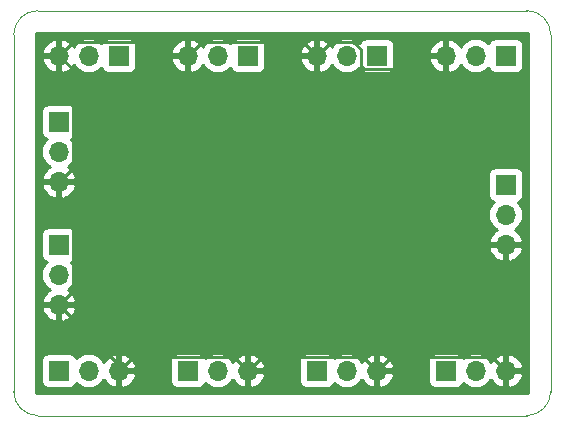
<source format=gbr>
G04 #@! TF.GenerationSoftware,KiCad,Pcbnew,5.1.4-e60b266~84~ubuntu18.04.1*
G04 #@! TF.CreationDate,2019-10-06T14:52:02-04:00*
G04 #@! TF.ProjectId,ds18b20,64733138-6232-4302-9e6b-696361645f70,rev?*
G04 #@! TF.SameCoordinates,Original*
G04 #@! TF.FileFunction,Copper,L2,Bot*
G04 #@! TF.FilePolarity,Positive*
%FSLAX46Y46*%
G04 Gerber Fmt 4.6, Leading zero omitted, Abs format (unit mm)*
G04 Created by KiCad (PCBNEW 5.1.4-e60b266~84~ubuntu18.04.1) date 2019-10-06 14:52:02*
%MOMM*%
%LPD*%
G04 APERTURE LIST*
%ADD10C,0.050000*%
%ADD11O,1.700000X1.700000*%
%ADD12R,1.700000X1.700000*%
%ADD13C,0.250000*%
%ADD14C,0.254000*%
G04 APERTURE END LIST*
D10*
X89154000Y-22860000D02*
G75*
G02X91186000Y-24892000I0J-2032000D01*
G01*
X91186000Y-55118000D02*
G75*
G02X89154000Y-57150000I-2032000J0D01*
G01*
X47752000Y-57150000D02*
G75*
G02X45720000Y-55118000I0J2032000D01*
G01*
X45720000Y-24892000D02*
G75*
G02X47752000Y-22860000I2032000J0D01*
G01*
X47752000Y-22860000D02*
X48260000Y-22860000D01*
X45720000Y-55118000D02*
X45720000Y-24892000D01*
X89154000Y-57150000D02*
X47752000Y-57150000D01*
X91186000Y-24892000D02*
X91186000Y-55118000D01*
X48260000Y-22860000D02*
X89154000Y-22860000D01*
D11*
X49530000Y-26670000D03*
X52070000Y-26670000D03*
D12*
X54610000Y-26670000D03*
X49530000Y-32258000D03*
D11*
X49530000Y-34798000D03*
X49530000Y-37338000D03*
X60452000Y-26670000D03*
X62992000Y-26670000D03*
D12*
X65532000Y-26670000D03*
X76454000Y-26670000D03*
D11*
X73914000Y-26670000D03*
X71374000Y-26670000D03*
X82296000Y-26670000D03*
X84836000Y-26670000D03*
D12*
X87376000Y-26670000D03*
X71374000Y-53340000D03*
D11*
X73914000Y-53340000D03*
X76454000Y-53340000D03*
D12*
X49530000Y-42672000D03*
D11*
X49530000Y-45212000D03*
X49530000Y-47752000D03*
X54610000Y-53340000D03*
X52070000Y-53340000D03*
D12*
X49530000Y-53340000D03*
X60452000Y-53340000D03*
D11*
X62992000Y-53340000D03*
X65532000Y-53340000D03*
X87376000Y-53340000D03*
X84836000Y-53340000D03*
D12*
X82296000Y-53340000D03*
X87376000Y-37592000D03*
D11*
X87376000Y-40132000D03*
X87376000Y-42672000D03*
D13*
X72223999Y-25820001D02*
X71374000Y-26670000D01*
X74478001Y-25494999D02*
X72549001Y-25494999D01*
X75089001Y-26105999D02*
X74478001Y-25494999D01*
X72549001Y-25494999D02*
X72223999Y-25820001D01*
X75343999Y-27845001D02*
X75089001Y-27590003D01*
X75089001Y-27590003D02*
X75089001Y-26105999D01*
X79918918Y-27845001D02*
X75343999Y-27845001D01*
X81093919Y-26670000D02*
X79918918Y-27845001D01*
X82296000Y-26670000D02*
X81093919Y-26670000D01*
X61301999Y-25820001D02*
X60452000Y-26670000D01*
X61627001Y-25494999D02*
X61301999Y-25820001D01*
X70198999Y-25494999D02*
X61627001Y-25494999D01*
X71374000Y-26670000D02*
X70198999Y-25494999D01*
X50379999Y-25820001D02*
X49530000Y-26670000D01*
X50705001Y-25494999D02*
X50379999Y-25820001D01*
X58074918Y-25494999D02*
X50705001Y-25494999D01*
X59249919Y-26670000D02*
X58074918Y-25494999D01*
X60452000Y-26670000D02*
X59249919Y-26670000D01*
X50379999Y-36488001D02*
X49530000Y-37338000D01*
X50705001Y-36162999D02*
X50379999Y-36488001D01*
X50705001Y-27845001D02*
X50705001Y-36162999D01*
X49530000Y-26670000D02*
X50705001Y-27845001D01*
X50379999Y-46902001D02*
X49530000Y-47752000D01*
X50705001Y-46576999D02*
X50379999Y-46902001D01*
X50705001Y-39715082D02*
X50705001Y-46576999D01*
X49530000Y-38540081D02*
X50705001Y-39715082D01*
X49530000Y-37338000D02*
X49530000Y-38540081D01*
X54610000Y-52832000D02*
X54610000Y-53340000D01*
X49530000Y-47752000D02*
X54610000Y-52832000D01*
X64682001Y-52490001D02*
X65532000Y-53340000D01*
X64356999Y-52164999D02*
X64682001Y-52490001D01*
X55785001Y-52164999D02*
X64356999Y-52164999D01*
X54610000Y-53340000D02*
X55785001Y-52164999D01*
X75604001Y-52490001D02*
X76454000Y-53340000D01*
X75278999Y-52164999D02*
X75604001Y-52490001D01*
X66707001Y-52164999D02*
X75278999Y-52164999D01*
X65532000Y-53340000D02*
X66707001Y-52164999D01*
X86526001Y-52490001D02*
X87376000Y-53340000D01*
X86200999Y-52164999D02*
X86526001Y-52490001D01*
X77629001Y-52164999D02*
X86200999Y-52164999D01*
X76454000Y-53340000D02*
X77629001Y-52164999D01*
X87376000Y-53340000D02*
X87376000Y-42672000D01*
D14*
G36*
X89281000Y-55245000D02*
G01*
X47625000Y-55245000D01*
X47625000Y-52490000D01*
X48041928Y-52490000D01*
X48041928Y-54190000D01*
X48054188Y-54314482D01*
X48090498Y-54434180D01*
X48149463Y-54544494D01*
X48228815Y-54641185D01*
X48325506Y-54720537D01*
X48435820Y-54779502D01*
X48555518Y-54815812D01*
X48680000Y-54828072D01*
X50380000Y-54828072D01*
X50504482Y-54815812D01*
X50624180Y-54779502D01*
X50734494Y-54720537D01*
X50831185Y-54641185D01*
X50910537Y-54544494D01*
X50969502Y-54434180D01*
X50990393Y-54365313D01*
X51014866Y-54395134D01*
X51240986Y-54580706D01*
X51498966Y-54718599D01*
X51778889Y-54803513D01*
X51997050Y-54825000D01*
X52142950Y-54825000D01*
X52361111Y-54803513D01*
X52641034Y-54718599D01*
X52899014Y-54580706D01*
X53125134Y-54395134D01*
X53310706Y-54169014D01*
X53345201Y-54104477D01*
X53414822Y-54221355D01*
X53609731Y-54437588D01*
X53843080Y-54611641D01*
X54105901Y-54736825D01*
X54253110Y-54781476D01*
X54483000Y-54660155D01*
X54483000Y-53467000D01*
X54737000Y-53467000D01*
X54737000Y-54660155D01*
X54966890Y-54781476D01*
X55114099Y-54736825D01*
X55376920Y-54611641D01*
X55610269Y-54437588D01*
X55805178Y-54221355D01*
X55954157Y-53971252D01*
X56051481Y-53696891D01*
X55930814Y-53467000D01*
X54737000Y-53467000D01*
X54483000Y-53467000D01*
X54463000Y-53467000D01*
X54463000Y-53213000D01*
X54483000Y-53213000D01*
X54483000Y-52019845D01*
X54737000Y-52019845D01*
X54737000Y-53213000D01*
X55930814Y-53213000D01*
X56051481Y-52983109D01*
X55954157Y-52708748D01*
X55823856Y-52490000D01*
X58963928Y-52490000D01*
X58963928Y-54190000D01*
X58976188Y-54314482D01*
X59012498Y-54434180D01*
X59071463Y-54544494D01*
X59150815Y-54641185D01*
X59247506Y-54720537D01*
X59357820Y-54779502D01*
X59477518Y-54815812D01*
X59602000Y-54828072D01*
X61302000Y-54828072D01*
X61426482Y-54815812D01*
X61546180Y-54779502D01*
X61656494Y-54720537D01*
X61753185Y-54641185D01*
X61832537Y-54544494D01*
X61891502Y-54434180D01*
X61912393Y-54365313D01*
X61936866Y-54395134D01*
X62162986Y-54580706D01*
X62420966Y-54718599D01*
X62700889Y-54803513D01*
X62919050Y-54825000D01*
X63064950Y-54825000D01*
X63283111Y-54803513D01*
X63563034Y-54718599D01*
X63821014Y-54580706D01*
X64047134Y-54395134D01*
X64232706Y-54169014D01*
X64267201Y-54104477D01*
X64336822Y-54221355D01*
X64531731Y-54437588D01*
X64765080Y-54611641D01*
X65027901Y-54736825D01*
X65175110Y-54781476D01*
X65405000Y-54660155D01*
X65405000Y-53467000D01*
X65659000Y-53467000D01*
X65659000Y-54660155D01*
X65888890Y-54781476D01*
X66036099Y-54736825D01*
X66298920Y-54611641D01*
X66532269Y-54437588D01*
X66727178Y-54221355D01*
X66876157Y-53971252D01*
X66973481Y-53696891D01*
X66852814Y-53467000D01*
X65659000Y-53467000D01*
X65405000Y-53467000D01*
X65385000Y-53467000D01*
X65385000Y-53213000D01*
X65405000Y-53213000D01*
X65405000Y-52019845D01*
X65659000Y-52019845D01*
X65659000Y-53213000D01*
X66852814Y-53213000D01*
X66973481Y-52983109D01*
X66876157Y-52708748D01*
X66745856Y-52490000D01*
X69885928Y-52490000D01*
X69885928Y-54190000D01*
X69898188Y-54314482D01*
X69934498Y-54434180D01*
X69993463Y-54544494D01*
X70072815Y-54641185D01*
X70169506Y-54720537D01*
X70279820Y-54779502D01*
X70399518Y-54815812D01*
X70524000Y-54828072D01*
X72224000Y-54828072D01*
X72348482Y-54815812D01*
X72468180Y-54779502D01*
X72578494Y-54720537D01*
X72675185Y-54641185D01*
X72754537Y-54544494D01*
X72813502Y-54434180D01*
X72834393Y-54365313D01*
X72858866Y-54395134D01*
X73084986Y-54580706D01*
X73342966Y-54718599D01*
X73622889Y-54803513D01*
X73841050Y-54825000D01*
X73986950Y-54825000D01*
X74205111Y-54803513D01*
X74485034Y-54718599D01*
X74743014Y-54580706D01*
X74969134Y-54395134D01*
X75154706Y-54169014D01*
X75189201Y-54104477D01*
X75258822Y-54221355D01*
X75453731Y-54437588D01*
X75687080Y-54611641D01*
X75949901Y-54736825D01*
X76097110Y-54781476D01*
X76327000Y-54660155D01*
X76327000Y-53467000D01*
X76581000Y-53467000D01*
X76581000Y-54660155D01*
X76810890Y-54781476D01*
X76958099Y-54736825D01*
X77220920Y-54611641D01*
X77454269Y-54437588D01*
X77649178Y-54221355D01*
X77798157Y-53971252D01*
X77895481Y-53696891D01*
X77774814Y-53467000D01*
X76581000Y-53467000D01*
X76327000Y-53467000D01*
X76307000Y-53467000D01*
X76307000Y-53213000D01*
X76327000Y-53213000D01*
X76327000Y-52019845D01*
X76581000Y-52019845D01*
X76581000Y-53213000D01*
X77774814Y-53213000D01*
X77895481Y-52983109D01*
X77798157Y-52708748D01*
X77667856Y-52490000D01*
X80807928Y-52490000D01*
X80807928Y-54190000D01*
X80820188Y-54314482D01*
X80856498Y-54434180D01*
X80915463Y-54544494D01*
X80994815Y-54641185D01*
X81091506Y-54720537D01*
X81201820Y-54779502D01*
X81321518Y-54815812D01*
X81446000Y-54828072D01*
X83146000Y-54828072D01*
X83270482Y-54815812D01*
X83390180Y-54779502D01*
X83500494Y-54720537D01*
X83597185Y-54641185D01*
X83676537Y-54544494D01*
X83735502Y-54434180D01*
X83756393Y-54365313D01*
X83780866Y-54395134D01*
X84006986Y-54580706D01*
X84264966Y-54718599D01*
X84544889Y-54803513D01*
X84763050Y-54825000D01*
X84908950Y-54825000D01*
X85127111Y-54803513D01*
X85407034Y-54718599D01*
X85665014Y-54580706D01*
X85891134Y-54395134D01*
X86076706Y-54169014D01*
X86111201Y-54104477D01*
X86180822Y-54221355D01*
X86375731Y-54437588D01*
X86609080Y-54611641D01*
X86871901Y-54736825D01*
X87019110Y-54781476D01*
X87249000Y-54660155D01*
X87249000Y-53467000D01*
X87503000Y-53467000D01*
X87503000Y-54660155D01*
X87732890Y-54781476D01*
X87880099Y-54736825D01*
X88142920Y-54611641D01*
X88376269Y-54437588D01*
X88571178Y-54221355D01*
X88720157Y-53971252D01*
X88817481Y-53696891D01*
X88696814Y-53467000D01*
X87503000Y-53467000D01*
X87249000Y-53467000D01*
X87229000Y-53467000D01*
X87229000Y-53213000D01*
X87249000Y-53213000D01*
X87249000Y-52019845D01*
X87503000Y-52019845D01*
X87503000Y-53213000D01*
X88696814Y-53213000D01*
X88817481Y-52983109D01*
X88720157Y-52708748D01*
X88571178Y-52458645D01*
X88376269Y-52242412D01*
X88142920Y-52068359D01*
X87880099Y-51943175D01*
X87732890Y-51898524D01*
X87503000Y-52019845D01*
X87249000Y-52019845D01*
X87019110Y-51898524D01*
X86871901Y-51943175D01*
X86609080Y-52068359D01*
X86375731Y-52242412D01*
X86180822Y-52458645D01*
X86111201Y-52575523D01*
X86076706Y-52510986D01*
X85891134Y-52284866D01*
X85665014Y-52099294D01*
X85407034Y-51961401D01*
X85127111Y-51876487D01*
X84908950Y-51855000D01*
X84763050Y-51855000D01*
X84544889Y-51876487D01*
X84264966Y-51961401D01*
X84006986Y-52099294D01*
X83780866Y-52284866D01*
X83756393Y-52314687D01*
X83735502Y-52245820D01*
X83676537Y-52135506D01*
X83597185Y-52038815D01*
X83500494Y-51959463D01*
X83390180Y-51900498D01*
X83270482Y-51864188D01*
X83146000Y-51851928D01*
X81446000Y-51851928D01*
X81321518Y-51864188D01*
X81201820Y-51900498D01*
X81091506Y-51959463D01*
X80994815Y-52038815D01*
X80915463Y-52135506D01*
X80856498Y-52245820D01*
X80820188Y-52365518D01*
X80807928Y-52490000D01*
X77667856Y-52490000D01*
X77649178Y-52458645D01*
X77454269Y-52242412D01*
X77220920Y-52068359D01*
X76958099Y-51943175D01*
X76810890Y-51898524D01*
X76581000Y-52019845D01*
X76327000Y-52019845D01*
X76097110Y-51898524D01*
X75949901Y-51943175D01*
X75687080Y-52068359D01*
X75453731Y-52242412D01*
X75258822Y-52458645D01*
X75189201Y-52575523D01*
X75154706Y-52510986D01*
X74969134Y-52284866D01*
X74743014Y-52099294D01*
X74485034Y-51961401D01*
X74205111Y-51876487D01*
X73986950Y-51855000D01*
X73841050Y-51855000D01*
X73622889Y-51876487D01*
X73342966Y-51961401D01*
X73084986Y-52099294D01*
X72858866Y-52284866D01*
X72834393Y-52314687D01*
X72813502Y-52245820D01*
X72754537Y-52135506D01*
X72675185Y-52038815D01*
X72578494Y-51959463D01*
X72468180Y-51900498D01*
X72348482Y-51864188D01*
X72224000Y-51851928D01*
X70524000Y-51851928D01*
X70399518Y-51864188D01*
X70279820Y-51900498D01*
X70169506Y-51959463D01*
X70072815Y-52038815D01*
X69993463Y-52135506D01*
X69934498Y-52245820D01*
X69898188Y-52365518D01*
X69885928Y-52490000D01*
X66745856Y-52490000D01*
X66727178Y-52458645D01*
X66532269Y-52242412D01*
X66298920Y-52068359D01*
X66036099Y-51943175D01*
X65888890Y-51898524D01*
X65659000Y-52019845D01*
X65405000Y-52019845D01*
X65175110Y-51898524D01*
X65027901Y-51943175D01*
X64765080Y-52068359D01*
X64531731Y-52242412D01*
X64336822Y-52458645D01*
X64267201Y-52575523D01*
X64232706Y-52510986D01*
X64047134Y-52284866D01*
X63821014Y-52099294D01*
X63563034Y-51961401D01*
X63283111Y-51876487D01*
X63064950Y-51855000D01*
X62919050Y-51855000D01*
X62700889Y-51876487D01*
X62420966Y-51961401D01*
X62162986Y-52099294D01*
X61936866Y-52284866D01*
X61912393Y-52314687D01*
X61891502Y-52245820D01*
X61832537Y-52135506D01*
X61753185Y-52038815D01*
X61656494Y-51959463D01*
X61546180Y-51900498D01*
X61426482Y-51864188D01*
X61302000Y-51851928D01*
X59602000Y-51851928D01*
X59477518Y-51864188D01*
X59357820Y-51900498D01*
X59247506Y-51959463D01*
X59150815Y-52038815D01*
X59071463Y-52135506D01*
X59012498Y-52245820D01*
X58976188Y-52365518D01*
X58963928Y-52490000D01*
X55823856Y-52490000D01*
X55805178Y-52458645D01*
X55610269Y-52242412D01*
X55376920Y-52068359D01*
X55114099Y-51943175D01*
X54966890Y-51898524D01*
X54737000Y-52019845D01*
X54483000Y-52019845D01*
X54253110Y-51898524D01*
X54105901Y-51943175D01*
X53843080Y-52068359D01*
X53609731Y-52242412D01*
X53414822Y-52458645D01*
X53345201Y-52575523D01*
X53310706Y-52510986D01*
X53125134Y-52284866D01*
X52899014Y-52099294D01*
X52641034Y-51961401D01*
X52361111Y-51876487D01*
X52142950Y-51855000D01*
X51997050Y-51855000D01*
X51778889Y-51876487D01*
X51498966Y-51961401D01*
X51240986Y-52099294D01*
X51014866Y-52284866D01*
X50990393Y-52314687D01*
X50969502Y-52245820D01*
X50910537Y-52135506D01*
X50831185Y-52038815D01*
X50734494Y-51959463D01*
X50624180Y-51900498D01*
X50504482Y-51864188D01*
X50380000Y-51851928D01*
X48680000Y-51851928D01*
X48555518Y-51864188D01*
X48435820Y-51900498D01*
X48325506Y-51959463D01*
X48228815Y-52038815D01*
X48149463Y-52135506D01*
X48090498Y-52245820D01*
X48054188Y-52365518D01*
X48041928Y-52490000D01*
X47625000Y-52490000D01*
X47625000Y-48108890D01*
X48088524Y-48108890D01*
X48133175Y-48256099D01*
X48258359Y-48518920D01*
X48432412Y-48752269D01*
X48648645Y-48947178D01*
X48898748Y-49096157D01*
X49173109Y-49193481D01*
X49403000Y-49072814D01*
X49403000Y-47879000D01*
X49657000Y-47879000D01*
X49657000Y-49072814D01*
X49886891Y-49193481D01*
X50161252Y-49096157D01*
X50411355Y-48947178D01*
X50627588Y-48752269D01*
X50801641Y-48518920D01*
X50926825Y-48256099D01*
X50971476Y-48108890D01*
X50850155Y-47879000D01*
X49657000Y-47879000D01*
X49403000Y-47879000D01*
X48209845Y-47879000D01*
X48088524Y-48108890D01*
X47625000Y-48108890D01*
X47625000Y-45212000D01*
X48037815Y-45212000D01*
X48066487Y-45503111D01*
X48151401Y-45783034D01*
X48289294Y-46041014D01*
X48474866Y-46267134D01*
X48700986Y-46452706D01*
X48765523Y-46487201D01*
X48648645Y-46556822D01*
X48432412Y-46751731D01*
X48258359Y-46985080D01*
X48133175Y-47247901D01*
X48088524Y-47395110D01*
X48209845Y-47625000D01*
X49403000Y-47625000D01*
X49403000Y-47605000D01*
X49657000Y-47605000D01*
X49657000Y-47625000D01*
X50850155Y-47625000D01*
X50971476Y-47395110D01*
X50926825Y-47247901D01*
X50801641Y-46985080D01*
X50627588Y-46751731D01*
X50411355Y-46556822D01*
X50294477Y-46487201D01*
X50359014Y-46452706D01*
X50585134Y-46267134D01*
X50770706Y-46041014D01*
X50908599Y-45783034D01*
X50993513Y-45503111D01*
X51022185Y-45212000D01*
X50993513Y-44920889D01*
X50908599Y-44640966D01*
X50770706Y-44382986D01*
X50585134Y-44156866D01*
X50555313Y-44132393D01*
X50624180Y-44111502D01*
X50734494Y-44052537D01*
X50831185Y-43973185D01*
X50910537Y-43876494D01*
X50969502Y-43766180D01*
X51005812Y-43646482D01*
X51018072Y-43522000D01*
X51018072Y-43028890D01*
X85934524Y-43028890D01*
X85979175Y-43176099D01*
X86104359Y-43438920D01*
X86278412Y-43672269D01*
X86494645Y-43867178D01*
X86744748Y-44016157D01*
X87019109Y-44113481D01*
X87249000Y-43992814D01*
X87249000Y-42799000D01*
X87503000Y-42799000D01*
X87503000Y-43992814D01*
X87732891Y-44113481D01*
X88007252Y-44016157D01*
X88257355Y-43867178D01*
X88473588Y-43672269D01*
X88647641Y-43438920D01*
X88772825Y-43176099D01*
X88817476Y-43028890D01*
X88696155Y-42799000D01*
X87503000Y-42799000D01*
X87249000Y-42799000D01*
X86055845Y-42799000D01*
X85934524Y-43028890D01*
X51018072Y-43028890D01*
X51018072Y-41822000D01*
X51005812Y-41697518D01*
X50969502Y-41577820D01*
X50910537Y-41467506D01*
X50831185Y-41370815D01*
X50734494Y-41291463D01*
X50624180Y-41232498D01*
X50504482Y-41196188D01*
X50380000Y-41183928D01*
X48680000Y-41183928D01*
X48555518Y-41196188D01*
X48435820Y-41232498D01*
X48325506Y-41291463D01*
X48228815Y-41370815D01*
X48149463Y-41467506D01*
X48090498Y-41577820D01*
X48054188Y-41697518D01*
X48041928Y-41822000D01*
X48041928Y-43522000D01*
X48054188Y-43646482D01*
X48090498Y-43766180D01*
X48149463Y-43876494D01*
X48228815Y-43973185D01*
X48325506Y-44052537D01*
X48435820Y-44111502D01*
X48504687Y-44132393D01*
X48474866Y-44156866D01*
X48289294Y-44382986D01*
X48151401Y-44640966D01*
X48066487Y-44920889D01*
X48037815Y-45212000D01*
X47625000Y-45212000D01*
X47625000Y-40132000D01*
X85883815Y-40132000D01*
X85912487Y-40423111D01*
X85997401Y-40703034D01*
X86135294Y-40961014D01*
X86320866Y-41187134D01*
X86546986Y-41372706D01*
X86611523Y-41407201D01*
X86494645Y-41476822D01*
X86278412Y-41671731D01*
X86104359Y-41905080D01*
X85979175Y-42167901D01*
X85934524Y-42315110D01*
X86055845Y-42545000D01*
X87249000Y-42545000D01*
X87249000Y-42525000D01*
X87503000Y-42525000D01*
X87503000Y-42545000D01*
X88696155Y-42545000D01*
X88817476Y-42315110D01*
X88772825Y-42167901D01*
X88647641Y-41905080D01*
X88473588Y-41671731D01*
X88257355Y-41476822D01*
X88140477Y-41407201D01*
X88205014Y-41372706D01*
X88431134Y-41187134D01*
X88616706Y-40961014D01*
X88754599Y-40703034D01*
X88839513Y-40423111D01*
X88868185Y-40132000D01*
X88839513Y-39840889D01*
X88754599Y-39560966D01*
X88616706Y-39302986D01*
X88431134Y-39076866D01*
X88401313Y-39052393D01*
X88470180Y-39031502D01*
X88580494Y-38972537D01*
X88677185Y-38893185D01*
X88756537Y-38796494D01*
X88815502Y-38686180D01*
X88851812Y-38566482D01*
X88864072Y-38442000D01*
X88864072Y-36742000D01*
X88851812Y-36617518D01*
X88815502Y-36497820D01*
X88756537Y-36387506D01*
X88677185Y-36290815D01*
X88580494Y-36211463D01*
X88470180Y-36152498D01*
X88350482Y-36116188D01*
X88226000Y-36103928D01*
X86526000Y-36103928D01*
X86401518Y-36116188D01*
X86281820Y-36152498D01*
X86171506Y-36211463D01*
X86074815Y-36290815D01*
X85995463Y-36387506D01*
X85936498Y-36497820D01*
X85900188Y-36617518D01*
X85887928Y-36742000D01*
X85887928Y-38442000D01*
X85900188Y-38566482D01*
X85936498Y-38686180D01*
X85995463Y-38796494D01*
X86074815Y-38893185D01*
X86171506Y-38972537D01*
X86281820Y-39031502D01*
X86350687Y-39052393D01*
X86320866Y-39076866D01*
X86135294Y-39302986D01*
X85997401Y-39560966D01*
X85912487Y-39840889D01*
X85883815Y-40132000D01*
X47625000Y-40132000D01*
X47625000Y-37694890D01*
X48088524Y-37694890D01*
X48133175Y-37842099D01*
X48258359Y-38104920D01*
X48432412Y-38338269D01*
X48648645Y-38533178D01*
X48898748Y-38682157D01*
X49173109Y-38779481D01*
X49403000Y-38658814D01*
X49403000Y-37465000D01*
X49657000Y-37465000D01*
X49657000Y-38658814D01*
X49886891Y-38779481D01*
X50161252Y-38682157D01*
X50411355Y-38533178D01*
X50627588Y-38338269D01*
X50801641Y-38104920D01*
X50926825Y-37842099D01*
X50971476Y-37694890D01*
X50850155Y-37465000D01*
X49657000Y-37465000D01*
X49403000Y-37465000D01*
X48209845Y-37465000D01*
X48088524Y-37694890D01*
X47625000Y-37694890D01*
X47625000Y-34798000D01*
X48037815Y-34798000D01*
X48066487Y-35089111D01*
X48151401Y-35369034D01*
X48289294Y-35627014D01*
X48474866Y-35853134D01*
X48700986Y-36038706D01*
X48765523Y-36073201D01*
X48648645Y-36142822D01*
X48432412Y-36337731D01*
X48258359Y-36571080D01*
X48133175Y-36833901D01*
X48088524Y-36981110D01*
X48209845Y-37211000D01*
X49403000Y-37211000D01*
X49403000Y-37191000D01*
X49657000Y-37191000D01*
X49657000Y-37211000D01*
X50850155Y-37211000D01*
X50971476Y-36981110D01*
X50926825Y-36833901D01*
X50801641Y-36571080D01*
X50627588Y-36337731D01*
X50411355Y-36142822D01*
X50294477Y-36073201D01*
X50359014Y-36038706D01*
X50585134Y-35853134D01*
X50770706Y-35627014D01*
X50908599Y-35369034D01*
X50993513Y-35089111D01*
X51022185Y-34798000D01*
X50993513Y-34506889D01*
X50908599Y-34226966D01*
X50770706Y-33968986D01*
X50585134Y-33742866D01*
X50555313Y-33718393D01*
X50624180Y-33697502D01*
X50734494Y-33638537D01*
X50831185Y-33559185D01*
X50910537Y-33462494D01*
X50969502Y-33352180D01*
X51005812Y-33232482D01*
X51018072Y-33108000D01*
X51018072Y-31408000D01*
X51005812Y-31283518D01*
X50969502Y-31163820D01*
X50910537Y-31053506D01*
X50831185Y-30956815D01*
X50734494Y-30877463D01*
X50624180Y-30818498D01*
X50504482Y-30782188D01*
X50380000Y-30769928D01*
X48680000Y-30769928D01*
X48555518Y-30782188D01*
X48435820Y-30818498D01*
X48325506Y-30877463D01*
X48228815Y-30956815D01*
X48149463Y-31053506D01*
X48090498Y-31163820D01*
X48054188Y-31283518D01*
X48041928Y-31408000D01*
X48041928Y-33108000D01*
X48054188Y-33232482D01*
X48090498Y-33352180D01*
X48149463Y-33462494D01*
X48228815Y-33559185D01*
X48325506Y-33638537D01*
X48435820Y-33697502D01*
X48504687Y-33718393D01*
X48474866Y-33742866D01*
X48289294Y-33968986D01*
X48151401Y-34226966D01*
X48066487Y-34506889D01*
X48037815Y-34798000D01*
X47625000Y-34798000D01*
X47625000Y-27026891D01*
X48088519Y-27026891D01*
X48185843Y-27301252D01*
X48334822Y-27551355D01*
X48529731Y-27767588D01*
X48763080Y-27941641D01*
X49025901Y-28066825D01*
X49173110Y-28111476D01*
X49403000Y-27990155D01*
X49403000Y-26797000D01*
X48209186Y-26797000D01*
X48088519Y-27026891D01*
X47625000Y-27026891D01*
X47625000Y-26313109D01*
X48088519Y-26313109D01*
X48209186Y-26543000D01*
X49403000Y-26543000D01*
X49403000Y-25349845D01*
X49657000Y-25349845D01*
X49657000Y-26543000D01*
X49677000Y-26543000D01*
X49677000Y-26797000D01*
X49657000Y-26797000D01*
X49657000Y-27990155D01*
X49886890Y-28111476D01*
X50034099Y-28066825D01*
X50296920Y-27941641D01*
X50530269Y-27767588D01*
X50725178Y-27551355D01*
X50794799Y-27434477D01*
X50829294Y-27499014D01*
X51014866Y-27725134D01*
X51240986Y-27910706D01*
X51498966Y-28048599D01*
X51778889Y-28133513D01*
X51997050Y-28155000D01*
X52142950Y-28155000D01*
X52361111Y-28133513D01*
X52641034Y-28048599D01*
X52899014Y-27910706D01*
X53125134Y-27725134D01*
X53149607Y-27695313D01*
X53170498Y-27764180D01*
X53229463Y-27874494D01*
X53308815Y-27971185D01*
X53405506Y-28050537D01*
X53515820Y-28109502D01*
X53635518Y-28145812D01*
X53760000Y-28158072D01*
X55460000Y-28158072D01*
X55584482Y-28145812D01*
X55704180Y-28109502D01*
X55814494Y-28050537D01*
X55911185Y-27971185D01*
X55990537Y-27874494D01*
X56049502Y-27764180D01*
X56085812Y-27644482D01*
X56098072Y-27520000D01*
X56098072Y-27026891D01*
X59010519Y-27026891D01*
X59107843Y-27301252D01*
X59256822Y-27551355D01*
X59451731Y-27767588D01*
X59685080Y-27941641D01*
X59947901Y-28066825D01*
X60095110Y-28111476D01*
X60325000Y-27990155D01*
X60325000Y-26797000D01*
X59131186Y-26797000D01*
X59010519Y-27026891D01*
X56098072Y-27026891D01*
X56098072Y-26313109D01*
X59010519Y-26313109D01*
X59131186Y-26543000D01*
X60325000Y-26543000D01*
X60325000Y-25349845D01*
X60579000Y-25349845D01*
X60579000Y-26543000D01*
X60599000Y-26543000D01*
X60599000Y-26797000D01*
X60579000Y-26797000D01*
X60579000Y-27990155D01*
X60808890Y-28111476D01*
X60956099Y-28066825D01*
X61218920Y-27941641D01*
X61452269Y-27767588D01*
X61647178Y-27551355D01*
X61716799Y-27434477D01*
X61751294Y-27499014D01*
X61936866Y-27725134D01*
X62162986Y-27910706D01*
X62420966Y-28048599D01*
X62700889Y-28133513D01*
X62919050Y-28155000D01*
X63064950Y-28155000D01*
X63283111Y-28133513D01*
X63563034Y-28048599D01*
X63821014Y-27910706D01*
X64047134Y-27725134D01*
X64071607Y-27695313D01*
X64092498Y-27764180D01*
X64151463Y-27874494D01*
X64230815Y-27971185D01*
X64327506Y-28050537D01*
X64437820Y-28109502D01*
X64557518Y-28145812D01*
X64682000Y-28158072D01*
X66382000Y-28158072D01*
X66506482Y-28145812D01*
X66626180Y-28109502D01*
X66736494Y-28050537D01*
X66833185Y-27971185D01*
X66912537Y-27874494D01*
X66971502Y-27764180D01*
X67007812Y-27644482D01*
X67020072Y-27520000D01*
X67020072Y-27026891D01*
X69932519Y-27026891D01*
X70029843Y-27301252D01*
X70178822Y-27551355D01*
X70373731Y-27767588D01*
X70607080Y-27941641D01*
X70869901Y-28066825D01*
X71017110Y-28111476D01*
X71247000Y-27990155D01*
X71247000Y-26797000D01*
X70053186Y-26797000D01*
X69932519Y-27026891D01*
X67020072Y-27026891D01*
X67020072Y-26313109D01*
X69932519Y-26313109D01*
X70053186Y-26543000D01*
X71247000Y-26543000D01*
X71247000Y-25349845D01*
X71501000Y-25349845D01*
X71501000Y-26543000D01*
X71521000Y-26543000D01*
X71521000Y-26797000D01*
X71501000Y-26797000D01*
X71501000Y-27990155D01*
X71730890Y-28111476D01*
X71878099Y-28066825D01*
X72140920Y-27941641D01*
X72374269Y-27767588D01*
X72569178Y-27551355D01*
X72638799Y-27434477D01*
X72673294Y-27499014D01*
X72858866Y-27725134D01*
X73084986Y-27910706D01*
X73342966Y-28048599D01*
X73622889Y-28133513D01*
X73841050Y-28155000D01*
X73986950Y-28155000D01*
X74205111Y-28133513D01*
X74485034Y-28048599D01*
X74743014Y-27910706D01*
X74969134Y-27725134D01*
X74993607Y-27695313D01*
X75014498Y-27764180D01*
X75073463Y-27874494D01*
X75152815Y-27971185D01*
X75249506Y-28050537D01*
X75359820Y-28109502D01*
X75479518Y-28145812D01*
X75604000Y-28158072D01*
X77304000Y-28158072D01*
X77428482Y-28145812D01*
X77548180Y-28109502D01*
X77658494Y-28050537D01*
X77755185Y-27971185D01*
X77834537Y-27874494D01*
X77893502Y-27764180D01*
X77929812Y-27644482D01*
X77942072Y-27520000D01*
X77942072Y-27026891D01*
X80854519Y-27026891D01*
X80951843Y-27301252D01*
X81100822Y-27551355D01*
X81295731Y-27767588D01*
X81529080Y-27941641D01*
X81791901Y-28066825D01*
X81939110Y-28111476D01*
X82169000Y-27990155D01*
X82169000Y-26797000D01*
X80975186Y-26797000D01*
X80854519Y-27026891D01*
X77942072Y-27026891D01*
X77942072Y-26313109D01*
X80854519Y-26313109D01*
X80975186Y-26543000D01*
X82169000Y-26543000D01*
X82169000Y-25349845D01*
X82423000Y-25349845D01*
X82423000Y-26543000D01*
X82443000Y-26543000D01*
X82443000Y-26797000D01*
X82423000Y-26797000D01*
X82423000Y-27990155D01*
X82652890Y-28111476D01*
X82800099Y-28066825D01*
X83062920Y-27941641D01*
X83296269Y-27767588D01*
X83491178Y-27551355D01*
X83560799Y-27434477D01*
X83595294Y-27499014D01*
X83780866Y-27725134D01*
X84006986Y-27910706D01*
X84264966Y-28048599D01*
X84544889Y-28133513D01*
X84763050Y-28155000D01*
X84908950Y-28155000D01*
X85127111Y-28133513D01*
X85407034Y-28048599D01*
X85665014Y-27910706D01*
X85891134Y-27725134D01*
X85915607Y-27695313D01*
X85936498Y-27764180D01*
X85995463Y-27874494D01*
X86074815Y-27971185D01*
X86171506Y-28050537D01*
X86281820Y-28109502D01*
X86401518Y-28145812D01*
X86526000Y-28158072D01*
X88226000Y-28158072D01*
X88350482Y-28145812D01*
X88470180Y-28109502D01*
X88580494Y-28050537D01*
X88677185Y-27971185D01*
X88756537Y-27874494D01*
X88815502Y-27764180D01*
X88851812Y-27644482D01*
X88864072Y-27520000D01*
X88864072Y-25820000D01*
X88851812Y-25695518D01*
X88815502Y-25575820D01*
X88756537Y-25465506D01*
X88677185Y-25368815D01*
X88580494Y-25289463D01*
X88470180Y-25230498D01*
X88350482Y-25194188D01*
X88226000Y-25181928D01*
X86526000Y-25181928D01*
X86401518Y-25194188D01*
X86281820Y-25230498D01*
X86171506Y-25289463D01*
X86074815Y-25368815D01*
X85995463Y-25465506D01*
X85936498Y-25575820D01*
X85915607Y-25644687D01*
X85891134Y-25614866D01*
X85665014Y-25429294D01*
X85407034Y-25291401D01*
X85127111Y-25206487D01*
X84908950Y-25185000D01*
X84763050Y-25185000D01*
X84544889Y-25206487D01*
X84264966Y-25291401D01*
X84006986Y-25429294D01*
X83780866Y-25614866D01*
X83595294Y-25840986D01*
X83560799Y-25905523D01*
X83491178Y-25788645D01*
X83296269Y-25572412D01*
X83062920Y-25398359D01*
X82800099Y-25273175D01*
X82652890Y-25228524D01*
X82423000Y-25349845D01*
X82169000Y-25349845D01*
X81939110Y-25228524D01*
X81791901Y-25273175D01*
X81529080Y-25398359D01*
X81295731Y-25572412D01*
X81100822Y-25788645D01*
X80951843Y-26038748D01*
X80854519Y-26313109D01*
X77942072Y-26313109D01*
X77942072Y-25820000D01*
X77929812Y-25695518D01*
X77893502Y-25575820D01*
X77834537Y-25465506D01*
X77755185Y-25368815D01*
X77658494Y-25289463D01*
X77548180Y-25230498D01*
X77428482Y-25194188D01*
X77304000Y-25181928D01*
X75604000Y-25181928D01*
X75479518Y-25194188D01*
X75359820Y-25230498D01*
X75249506Y-25289463D01*
X75152815Y-25368815D01*
X75073463Y-25465506D01*
X75014498Y-25575820D01*
X74993607Y-25644687D01*
X74969134Y-25614866D01*
X74743014Y-25429294D01*
X74485034Y-25291401D01*
X74205111Y-25206487D01*
X73986950Y-25185000D01*
X73841050Y-25185000D01*
X73622889Y-25206487D01*
X73342966Y-25291401D01*
X73084986Y-25429294D01*
X72858866Y-25614866D01*
X72673294Y-25840986D01*
X72638799Y-25905523D01*
X72569178Y-25788645D01*
X72374269Y-25572412D01*
X72140920Y-25398359D01*
X71878099Y-25273175D01*
X71730890Y-25228524D01*
X71501000Y-25349845D01*
X71247000Y-25349845D01*
X71017110Y-25228524D01*
X70869901Y-25273175D01*
X70607080Y-25398359D01*
X70373731Y-25572412D01*
X70178822Y-25788645D01*
X70029843Y-26038748D01*
X69932519Y-26313109D01*
X67020072Y-26313109D01*
X67020072Y-25820000D01*
X67007812Y-25695518D01*
X66971502Y-25575820D01*
X66912537Y-25465506D01*
X66833185Y-25368815D01*
X66736494Y-25289463D01*
X66626180Y-25230498D01*
X66506482Y-25194188D01*
X66382000Y-25181928D01*
X64682000Y-25181928D01*
X64557518Y-25194188D01*
X64437820Y-25230498D01*
X64327506Y-25289463D01*
X64230815Y-25368815D01*
X64151463Y-25465506D01*
X64092498Y-25575820D01*
X64071607Y-25644687D01*
X64047134Y-25614866D01*
X63821014Y-25429294D01*
X63563034Y-25291401D01*
X63283111Y-25206487D01*
X63064950Y-25185000D01*
X62919050Y-25185000D01*
X62700889Y-25206487D01*
X62420966Y-25291401D01*
X62162986Y-25429294D01*
X61936866Y-25614866D01*
X61751294Y-25840986D01*
X61716799Y-25905523D01*
X61647178Y-25788645D01*
X61452269Y-25572412D01*
X61218920Y-25398359D01*
X60956099Y-25273175D01*
X60808890Y-25228524D01*
X60579000Y-25349845D01*
X60325000Y-25349845D01*
X60095110Y-25228524D01*
X59947901Y-25273175D01*
X59685080Y-25398359D01*
X59451731Y-25572412D01*
X59256822Y-25788645D01*
X59107843Y-26038748D01*
X59010519Y-26313109D01*
X56098072Y-26313109D01*
X56098072Y-25820000D01*
X56085812Y-25695518D01*
X56049502Y-25575820D01*
X55990537Y-25465506D01*
X55911185Y-25368815D01*
X55814494Y-25289463D01*
X55704180Y-25230498D01*
X55584482Y-25194188D01*
X55460000Y-25181928D01*
X53760000Y-25181928D01*
X53635518Y-25194188D01*
X53515820Y-25230498D01*
X53405506Y-25289463D01*
X53308815Y-25368815D01*
X53229463Y-25465506D01*
X53170498Y-25575820D01*
X53149607Y-25644687D01*
X53125134Y-25614866D01*
X52899014Y-25429294D01*
X52641034Y-25291401D01*
X52361111Y-25206487D01*
X52142950Y-25185000D01*
X51997050Y-25185000D01*
X51778889Y-25206487D01*
X51498966Y-25291401D01*
X51240986Y-25429294D01*
X51014866Y-25614866D01*
X50829294Y-25840986D01*
X50794799Y-25905523D01*
X50725178Y-25788645D01*
X50530269Y-25572412D01*
X50296920Y-25398359D01*
X50034099Y-25273175D01*
X49886890Y-25228524D01*
X49657000Y-25349845D01*
X49403000Y-25349845D01*
X49173110Y-25228524D01*
X49025901Y-25273175D01*
X48763080Y-25398359D01*
X48529731Y-25572412D01*
X48334822Y-25788645D01*
X48185843Y-26038748D01*
X48088519Y-26313109D01*
X47625000Y-26313109D01*
X47625000Y-24765000D01*
X89281000Y-24765000D01*
X89281000Y-55245000D01*
X89281000Y-55245000D01*
G37*
X89281000Y-55245000D02*
X47625000Y-55245000D01*
X47625000Y-52490000D01*
X48041928Y-52490000D01*
X48041928Y-54190000D01*
X48054188Y-54314482D01*
X48090498Y-54434180D01*
X48149463Y-54544494D01*
X48228815Y-54641185D01*
X48325506Y-54720537D01*
X48435820Y-54779502D01*
X48555518Y-54815812D01*
X48680000Y-54828072D01*
X50380000Y-54828072D01*
X50504482Y-54815812D01*
X50624180Y-54779502D01*
X50734494Y-54720537D01*
X50831185Y-54641185D01*
X50910537Y-54544494D01*
X50969502Y-54434180D01*
X50990393Y-54365313D01*
X51014866Y-54395134D01*
X51240986Y-54580706D01*
X51498966Y-54718599D01*
X51778889Y-54803513D01*
X51997050Y-54825000D01*
X52142950Y-54825000D01*
X52361111Y-54803513D01*
X52641034Y-54718599D01*
X52899014Y-54580706D01*
X53125134Y-54395134D01*
X53310706Y-54169014D01*
X53345201Y-54104477D01*
X53414822Y-54221355D01*
X53609731Y-54437588D01*
X53843080Y-54611641D01*
X54105901Y-54736825D01*
X54253110Y-54781476D01*
X54483000Y-54660155D01*
X54483000Y-53467000D01*
X54737000Y-53467000D01*
X54737000Y-54660155D01*
X54966890Y-54781476D01*
X55114099Y-54736825D01*
X55376920Y-54611641D01*
X55610269Y-54437588D01*
X55805178Y-54221355D01*
X55954157Y-53971252D01*
X56051481Y-53696891D01*
X55930814Y-53467000D01*
X54737000Y-53467000D01*
X54483000Y-53467000D01*
X54463000Y-53467000D01*
X54463000Y-53213000D01*
X54483000Y-53213000D01*
X54483000Y-52019845D01*
X54737000Y-52019845D01*
X54737000Y-53213000D01*
X55930814Y-53213000D01*
X56051481Y-52983109D01*
X55954157Y-52708748D01*
X55823856Y-52490000D01*
X58963928Y-52490000D01*
X58963928Y-54190000D01*
X58976188Y-54314482D01*
X59012498Y-54434180D01*
X59071463Y-54544494D01*
X59150815Y-54641185D01*
X59247506Y-54720537D01*
X59357820Y-54779502D01*
X59477518Y-54815812D01*
X59602000Y-54828072D01*
X61302000Y-54828072D01*
X61426482Y-54815812D01*
X61546180Y-54779502D01*
X61656494Y-54720537D01*
X61753185Y-54641185D01*
X61832537Y-54544494D01*
X61891502Y-54434180D01*
X61912393Y-54365313D01*
X61936866Y-54395134D01*
X62162986Y-54580706D01*
X62420966Y-54718599D01*
X62700889Y-54803513D01*
X62919050Y-54825000D01*
X63064950Y-54825000D01*
X63283111Y-54803513D01*
X63563034Y-54718599D01*
X63821014Y-54580706D01*
X64047134Y-54395134D01*
X64232706Y-54169014D01*
X64267201Y-54104477D01*
X64336822Y-54221355D01*
X64531731Y-54437588D01*
X64765080Y-54611641D01*
X65027901Y-54736825D01*
X65175110Y-54781476D01*
X65405000Y-54660155D01*
X65405000Y-53467000D01*
X65659000Y-53467000D01*
X65659000Y-54660155D01*
X65888890Y-54781476D01*
X66036099Y-54736825D01*
X66298920Y-54611641D01*
X66532269Y-54437588D01*
X66727178Y-54221355D01*
X66876157Y-53971252D01*
X66973481Y-53696891D01*
X66852814Y-53467000D01*
X65659000Y-53467000D01*
X65405000Y-53467000D01*
X65385000Y-53467000D01*
X65385000Y-53213000D01*
X65405000Y-53213000D01*
X65405000Y-52019845D01*
X65659000Y-52019845D01*
X65659000Y-53213000D01*
X66852814Y-53213000D01*
X66973481Y-52983109D01*
X66876157Y-52708748D01*
X66745856Y-52490000D01*
X69885928Y-52490000D01*
X69885928Y-54190000D01*
X69898188Y-54314482D01*
X69934498Y-54434180D01*
X69993463Y-54544494D01*
X70072815Y-54641185D01*
X70169506Y-54720537D01*
X70279820Y-54779502D01*
X70399518Y-54815812D01*
X70524000Y-54828072D01*
X72224000Y-54828072D01*
X72348482Y-54815812D01*
X72468180Y-54779502D01*
X72578494Y-54720537D01*
X72675185Y-54641185D01*
X72754537Y-54544494D01*
X72813502Y-54434180D01*
X72834393Y-54365313D01*
X72858866Y-54395134D01*
X73084986Y-54580706D01*
X73342966Y-54718599D01*
X73622889Y-54803513D01*
X73841050Y-54825000D01*
X73986950Y-54825000D01*
X74205111Y-54803513D01*
X74485034Y-54718599D01*
X74743014Y-54580706D01*
X74969134Y-54395134D01*
X75154706Y-54169014D01*
X75189201Y-54104477D01*
X75258822Y-54221355D01*
X75453731Y-54437588D01*
X75687080Y-54611641D01*
X75949901Y-54736825D01*
X76097110Y-54781476D01*
X76327000Y-54660155D01*
X76327000Y-53467000D01*
X76581000Y-53467000D01*
X76581000Y-54660155D01*
X76810890Y-54781476D01*
X76958099Y-54736825D01*
X77220920Y-54611641D01*
X77454269Y-54437588D01*
X77649178Y-54221355D01*
X77798157Y-53971252D01*
X77895481Y-53696891D01*
X77774814Y-53467000D01*
X76581000Y-53467000D01*
X76327000Y-53467000D01*
X76307000Y-53467000D01*
X76307000Y-53213000D01*
X76327000Y-53213000D01*
X76327000Y-52019845D01*
X76581000Y-52019845D01*
X76581000Y-53213000D01*
X77774814Y-53213000D01*
X77895481Y-52983109D01*
X77798157Y-52708748D01*
X77667856Y-52490000D01*
X80807928Y-52490000D01*
X80807928Y-54190000D01*
X80820188Y-54314482D01*
X80856498Y-54434180D01*
X80915463Y-54544494D01*
X80994815Y-54641185D01*
X81091506Y-54720537D01*
X81201820Y-54779502D01*
X81321518Y-54815812D01*
X81446000Y-54828072D01*
X83146000Y-54828072D01*
X83270482Y-54815812D01*
X83390180Y-54779502D01*
X83500494Y-54720537D01*
X83597185Y-54641185D01*
X83676537Y-54544494D01*
X83735502Y-54434180D01*
X83756393Y-54365313D01*
X83780866Y-54395134D01*
X84006986Y-54580706D01*
X84264966Y-54718599D01*
X84544889Y-54803513D01*
X84763050Y-54825000D01*
X84908950Y-54825000D01*
X85127111Y-54803513D01*
X85407034Y-54718599D01*
X85665014Y-54580706D01*
X85891134Y-54395134D01*
X86076706Y-54169014D01*
X86111201Y-54104477D01*
X86180822Y-54221355D01*
X86375731Y-54437588D01*
X86609080Y-54611641D01*
X86871901Y-54736825D01*
X87019110Y-54781476D01*
X87249000Y-54660155D01*
X87249000Y-53467000D01*
X87503000Y-53467000D01*
X87503000Y-54660155D01*
X87732890Y-54781476D01*
X87880099Y-54736825D01*
X88142920Y-54611641D01*
X88376269Y-54437588D01*
X88571178Y-54221355D01*
X88720157Y-53971252D01*
X88817481Y-53696891D01*
X88696814Y-53467000D01*
X87503000Y-53467000D01*
X87249000Y-53467000D01*
X87229000Y-53467000D01*
X87229000Y-53213000D01*
X87249000Y-53213000D01*
X87249000Y-52019845D01*
X87503000Y-52019845D01*
X87503000Y-53213000D01*
X88696814Y-53213000D01*
X88817481Y-52983109D01*
X88720157Y-52708748D01*
X88571178Y-52458645D01*
X88376269Y-52242412D01*
X88142920Y-52068359D01*
X87880099Y-51943175D01*
X87732890Y-51898524D01*
X87503000Y-52019845D01*
X87249000Y-52019845D01*
X87019110Y-51898524D01*
X86871901Y-51943175D01*
X86609080Y-52068359D01*
X86375731Y-52242412D01*
X86180822Y-52458645D01*
X86111201Y-52575523D01*
X86076706Y-52510986D01*
X85891134Y-52284866D01*
X85665014Y-52099294D01*
X85407034Y-51961401D01*
X85127111Y-51876487D01*
X84908950Y-51855000D01*
X84763050Y-51855000D01*
X84544889Y-51876487D01*
X84264966Y-51961401D01*
X84006986Y-52099294D01*
X83780866Y-52284866D01*
X83756393Y-52314687D01*
X83735502Y-52245820D01*
X83676537Y-52135506D01*
X83597185Y-52038815D01*
X83500494Y-51959463D01*
X83390180Y-51900498D01*
X83270482Y-51864188D01*
X83146000Y-51851928D01*
X81446000Y-51851928D01*
X81321518Y-51864188D01*
X81201820Y-51900498D01*
X81091506Y-51959463D01*
X80994815Y-52038815D01*
X80915463Y-52135506D01*
X80856498Y-52245820D01*
X80820188Y-52365518D01*
X80807928Y-52490000D01*
X77667856Y-52490000D01*
X77649178Y-52458645D01*
X77454269Y-52242412D01*
X77220920Y-52068359D01*
X76958099Y-51943175D01*
X76810890Y-51898524D01*
X76581000Y-52019845D01*
X76327000Y-52019845D01*
X76097110Y-51898524D01*
X75949901Y-51943175D01*
X75687080Y-52068359D01*
X75453731Y-52242412D01*
X75258822Y-52458645D01*
X75189201Y-52575523D01*
X75154706Y-52510986D01*
X74969134Y-52284866D01*
X74743014Y-52099294D01*
X74485034Y-51961401D01*
X74205111Y-51876487D01*
X73986950Y-51855000D01*
X73841050Y-51855000D01*
X73622889Y-51876487D01*
X73342966Y-51961401D01*
X73084986Y-52099294D01*
X72858866Y-52284866D01*
X72834393Y-52314687D01*
X72813502Y-52245820D01*
X72754537Y-52135506D01*
X72675185Y-52038815D01*
X72578494Y-51959463D01*
X72468180Y-51900498D01*
X72348482Y-51864188D01*
X72224000Y-51851928D01*
X70524000Y-51851928D01*
X70399518Y-51864188D01*
X70279820Y-51900498D01*
X70169506Y-51959463D01*
X70072815Y-52038815D01*
X69993463Y-52135506D01*
X69934498Y-52245820D01*
X69898188Y-52365518D01*
X69885928Y-52490000D01*
X66745856Y-52490000D01*
X66727178Y-52458645D01*
X66532269Y-52242412D01*
X66298920Y-52068359D01*
X66036099Y-51943175D01*
X65888890Y-51898524D01*
X65659000Y-52019845D01*
X65405000Y-52019845D01*
X65175110Y-51898524D01*
X65027901Y-51943175D01*
X64765080Y-52068359D01*
X64531731Y-52242412D01*
X64336822Y-52458645D01*
X64267201Y-52575523D01*
X64232706Y-52510986D01*
X64047134Y-52284866D01*
X63821014Y-52099294D01*
X63563034Y-51961401D01*
X63283111Y-51876487D01*
X63064950Y-51855000D01*
X62919050Y-51855000D01*
X62700889Y-51876487D01*
X62420966Y-51961401D01*
X62162986Y-52099294D01*
X61936866Y-52284866D01*
X61912393Y-52314687D01*
X61891502Y-52245820D01*
X61832537Y-52135506D01*
X61753185Y-52038815D01*
X61656494Y-51959463D01*
X61546180Y-51900498D01*
X61426482Y-51864188D01*
X61302000Y-51851928D01*
X59602000Y-51851928D01*
X59477518Y-51864188D01*
X59357820Y-51900498D01*
X59247506Y-51959463D01*
X59150815Y-52038815D01*
X59071463Y-52135506D01*
X59012498Y-52245820D01*
X58976188Y-52365518D01*
X58963928Y-52490000D01*
X55823856Y-52490000D01*
X55805178Y-52458645D01*
X55610269Y-52242412D01*
X55376920Y-52068359D01*
X55114099Y-51943175D01*
X54966890Y-51898524D01*
X54737000Y-52019845D01*
X54483000Y-52019845D01*
X54253110Y-51898524D01*
X54105901Y-51943175D01*
X53843080Y-52068359D01*
X53609731Y-52242412D01*
X53414822Y-52458645D01*
X53345201Y-52575523D01*
X53310706Y-52510986D01*
X53125134Y-52284866D01*
X52899014Y-52099294D01*
X52641034Y-51961401D01*
X52361111Y-51876487D01*
X52142950Y-51855000D01*
X51997050Y-51855000D01*
X51778889Y-51876487D01*
X51498966Y-51961401D01*
X51240986Y-52099294D01*
X51014866Y-52284866D01*
X50990393Y-52314687D01*
X50969502Y-52245820D01*
X50910537Y-52135506D01*
X50831185Y-52038815D01*
X50734494Y-51959463D01*
X50624180Y-51900498D01*
X50504482Y-51864188D01*
X50380000Y-51851928D01*
X48680000Y-51851928D01*
X48555518Y-51864188D01*
X48435820Y-51900498D01*
X48325506Y-51959463D01*
X48228815Y-52038815D01*
X48149463Y-52135506D01*
X48090498Y-52245820D01*
X48054188Y-52365518D01*
X48041928Y-52490000D01*
X47625000Y-52490000D01*
X47625000Y-48108890D01*
X48088524Y-48108890D01*
X48133175Y-48256099D01*
X48258359Y-48518920D01*
X48432412Y-48752269D01*
X48648645Y-48947178D01*
X48898748Y-49096157D01*
X49173109Y-49193481D01*
X49403000Y-49072814D01*
X49403000Y-47879000D01*
X49657000Y-47879000D01*
X49657000Y-49072814D01*
X49886891Y-49193481D01*
X50161252Y-49096157D01*
X50411355Y-48947178D01*
X50627588Y-48752269D01*
X50801641Y-48518920D01*
X50926825Y-48256099D01*
X50971476Y-48108890D01*
X50850155Y-47879000D01*
X49657000Y-47879000D01*
X49403000Y-47879000D01*
X48209845Y-47879000D01*
X48088524Y-48108890D01*
X47625000Y-48108890D01*
X47625000Y-45212000D01*
X48037815Y-45212000D01*
X48066487Y-45503111D01*
X48151401Y-45783034D01*
X48289294Y-46041014D01*
X48474866Y-46267134D01*
X48700986Y-46452706D01*
X48765523Y-46487201D01*
X48648645Y-46556822D01*
X48432412Y-46751731D01*
X48258359Y-46985080D01*
X48133175Y-47247901D01*
X48088524Y-47395110D01*
X48209845Y-47625000D01*
X49403000Y-47625000D01*
X49403000Y-47605000D01*
X49657000Y-47605000D01*
X49657000Y-47625000D01*
X50850155Y-47625000D01*
X50971476Y-47395110D01*
X50926825Y-47247901D01*
X50801641Y-46985080D01*
X50627588Y-46751731D01*
X50411355Y-46556822D01*
X50294477Y-46487201D01*
X50359014Y-46452706D01*
X50585134Y-46267134D01*
X50770706Y-46041014D01*
X50908599Y-45783034D01*
X50993513Y-45503111D01*
X51022185Y-45212000D01*
X50993513Y-44920889D01*
X50908599Y-44640966D01*
X50770706Y-44382986D01*
X50585134Y-44156866D01*
X50555313Y-44132393D01*
X50624180Y-44111502D01*
X50734494Y-44052537D01*
X50831185Y-43973185D01*
X50910537Y-43876494D01*
X50969502Y-43766180D01*
X51005812Y-43646482D01*
X51018072Y-43522000D01*
X51018072Y-43028890D01*
X85934524Y-43028890D01*
X85979175Y-43176099D01*
X86104359Y-43438920D01*
X86278412Y-43672269D01*
X86494645Y-43867178D01*
X86744748Y-44016157D01*
X87019109Y-44113481D01*
X87249000Y-43992814D01*
X87249000Y-42799000D01*
X87503000Y-42799000D01*
X87503000Y-43992814D01*
X87732891Y-44113481D01*
X88007252Y-44016157D01*
X88257355Y-43867178D01*
X88473588Y-43672269D01*
X88647641Y-43438920D01*
X88772825Y-43176099D01*
X88817476Y-43028890D01*
X88696155Y-42799000D01*
X87503000Y-42799000D01*
X87249000Y-42799000D01*
X86055845Y-42799000D01*
X85934524Y-43028890D01*
X51018072Y-43028890D01*
X51018072Y-41822000D01*
X51005812Y-41697518D01*
X50969502Y-41577820D01*
X50910537Y-41467506D01*
X50831185Y-41370815D01*
X50734494Y-41291463D01*
X50624180Y-41232498D01*
X50504482Y-41196188D01*
X50380000Y-41183928D01*
X48680000Y-41183928D01*
X48555518Y-41196188D01*
X48435820Y-41232498D01*
X48325506Y-41291463D01*
X48228815Y-41370815D01*
X48149463Y-41467506D01*
X48090498Y-41577820D01*
X48054188Y-41697518D01*
X48041928Y-41822000D01*
X48041928Y-43522000D01*
X48054188Y-43646482D01*
X48090498Y-43766180D01*
X48149463Y-43876494D01*
X48228815Y-43973185D01*
X48325506Y-44052537D01*
X48435820Y-44111502D01*
X48504687Y-44132393D01*
X48474866Y-44156866D01*
X48289294Y-44382986D01*
X48151401Y-44640966D01*
X48066487Y-44920889D01*
X48037815Y-45212000D01*
X47625000Y-45212000D01*
X47625000Y-40132000D01*
X85883815Y-40132000D01*
X85912487Y-40423111D01*
X85997401Y-40703034D01*
X86135294Y-40961014D01*
X86320866Y-41187134D01*
X86546986Y-41372706D01*
X86611523Y-41407201D01*
X86494645Y-41476822D01*
X86278412Y-41671731D01*
X86104359Y-41905080D01*
X85979175Y-42167901D01*
X85934524Y-42315110D01*
X86055845Y-42545000D01*
X87249000Y-42545000D01*
X87249000Y-42525000D01*
X87503000Y-42525000D01*
X87503000Y-42545000D01*
X88696155Y-42545000D01*
X88817476Y-42315110D01*
X88772825Y-42167901D01*
X88647641Y-41905080D01*
X88473588Y-41671731D01*
X88257355Y-41476822D01*
X88140477Y-41407201D01*
X88205014Y-41372706D01*
X88431134Y-41187134D01*
X88616706Y-40961014D01*
X88754599Y-40703034D01*
X88839513Y-40423111D01*
X88868185Y-40132000D01*
X88839513Y-39840889D01*
X88754599Y-39560966D01*
X88616706Y-39302986D01*
X88431134Y-39076866D01*
X88401313Y-39052393D01*
X88470180Y-39031502D01*
X88580494Y-38972537D01*
X88677185Y-38893185D01*
X88756537Y-38796494D01*
X88815502Y-38686180D01*
X88851812Y-38566482D01*
X88864072Y-38442000D01*
X88864072Y-36742000D01*
X88851812Y-36617518D01*
X88815502Y-36497820D01*
X88756537Y-36387506D01*
X88677185Y-36290815D01*
X88580494Y-36211463D01*
X88470180Y-36152498D01*
X88350482Y-36116188D01*
X88226000Y-36103928D01*
X86526000Y-36103928D01*
X86401518Y-36116188D01*
X86281820Y-36152498D01*
X86171506Y-36211463D01*
X86074815Y-36290815D01*
X85995463Y-36387506D01*
X85936498Y-36497820D01*
X85900188Y-36617518D01*
X85887928Y-36742000D01*
X85887928Y-38442000D01*
X85900188Y-38566482D01*
X85936498Y-38686180D01*
X85995463Y-38796494D01*
X86074815Y-38893185D01*
X86171506Y-38972537D01*
X86281820Y-39031502D01*
X86350687Y-39052393D01*
X86320866Y-39076866D01*
X86135294Y-39302986D01*
X85997401Y-39560966D01*
X85912487Y-39840889D01*
X85883815Y-40132000D01*
X47625000Y-40132000D01*
X47625000Y-37694890D01*
X48088524Y-37694890D01*
X48133175Y-37842099D01*
X48258359Y-38104920D01*
X48432412Y-38338269D01*
X48648645Y-38533178D01*
X48898748Y-38682157D01*
X49173109Y-38779481D01*
X49403000Y-38658814D01*
X49403000Y-37465000D01*
X49657000Y-37465000D01*
X49657000Y-38658814D01*
X49886891Y-38779481D01*
X50161252Y-38682157D01*
X50411355Y-38533178D01*
X50627588Y-38338269D01*
X50801641Y-38104920D01*
X50926825Y-37842099D01*
X50971476Y-37694890D01*
X50850155Y-37465000D01*
X49657000Y-37465000D01*
X49403000Y-37465000D01*
X48209845Y-37465000D01*
X48088524Y-37694890D01*
X47625000Y-37694890D01*
X47625000Y-34798000D01*
X48037815Y-34798000D01*
X48066487Y-35089111D01*
X48151401Y-35369034D01*
X48289294Y-35627014D01*
X48474866Y-35853134D01*
X48700986Y-36038706D01*
X48765523Y-36073201D01*
X48648645Y-36142822D01*
X48432412Y-36337731D01*
X48258359Y-36571080D01*
X48133175Y-36833901D01*
X48088524Y-36981110D01*
X48209845Y-37211000D01*
X49403000Y-37211000D01*
X49403000Y-37191000D01*
X49657000Y-37191000D01*
X49657000Y-37211000D01*
X50850155Y-37211000D01*
X50971476Y-36981110D01*
X50926825Y-36833901D01*
X50801641Y-36571080D01*
X50627588Y-36337731D01*
X50411355Y-36142822D01*
X50294477Y-36073201D01*
X50359014Y-36038706D01*
X50585134Y-35853134D01*
X50770706Y-35627014D01*
X50908599Y-35369034D01*
X50993513Y-35089111D01*
X51022185Y-34798000D01*
X50993513Y-34506889D01*
X50908599Y-34226966D01*
X50770706Y-33968986D01*
X50585134Y-33742866D01*
X50555313Y-33718393D01*
X50624180Y-33697502D01*
X50734494Y-33638537D01*
X50831185Y-33559185D01*
X50910537Y-33462494D01*
X50969502Y-33352180D01*
X51005812Y-33232482D01*
X51018072Y-33108000D01*
X51018072Y-31408000D01*
X51005812Y-31283518D01*
X50969502Y-31163820D01*
X50910537Y-31053506D01*
X50831185Y-30956815D01*
X50734494Y-30877463D01*
X50624180Y-30818498D01*
X50504482Y-30782188D01*
X50380000Y-30769928D01*
X48680000Y-30769928D01*
X48555518Y-30782188D01*
X48435820Y-30818498D01*
X48325506Y-30877463D01*
X48228815Y-30956815D01*
X48149463Y-31053506D01*
X48090498Y-31163820D01*
X48054188Y-31283518D01*
X48041928Y-31408000D01*
X48041928Y-33108000D01*
X48054188Y-33232482D01*
X48090498Y-33352180D01*
X48149463Y-33462494D01*
X48228815Y-33559185D01*
X48325506Y-33638537D01*
X48435820Y-33697502D01*
X48504687Y-33718393D01*
X48474866Y-33742866D01*
X48289294Y-33968986D01*
X48151401Y-34226966D01*
X48066487Y-34506889D01*
X48037815Y-34798000D01*
X47625000Y-34798000D01*
X47625000Y-27026891D01*
X48088519Y-27026891D01*
X48185843Y-27301252D01*
X48334822Y-27551355D01*
X48529731Y-27767588D01*
X48763080Y-27941641D01*
X49025901Y-28066825D01*
X49173110Y-28111476D01*
X49403000Y-27990155D01*
X49403000Y-26797000D01*
X48209186Y-26797000D01*
X48088519Y-27026891D01*
X47625000Y-27026891D01*
X47625000Y-26313109D01*
X48088519Y-26313109D01*
X48209186Y-26543000D01*
X49403000Y-26543000D01*
X49403000Y-25349845D01*
X49657000Y-25349845D01*
X49657000Y-26543000D01*
X49677000Y-26543000D01*
X49677000Y-26797000D01*
X49657000Y-26797000D01*
X49657000Y-27990155D01*
X49886890Y-28111476D01*
X50034099Y-28066825D01*
X50296920Y-27941641D01*
X50530269Y-27767588D01*
X50725178Y-27551355D01*
X50794799Y-27434477D01*
X50829294Y-27499014D01*
X51014866Y-27725134D01*
X51240986Y-27910706D01*
X51498966Y-28048599D01*
X51778889Y-28133513D01*
X51997050Y-28155000D01*
X52142950Y-28155000D01*
X52361111Y-28133513D01*
X52641034Y-28048599D01*
X52899014Y-27910706D01*
X53125134Y-27725134D01*
X53149607Y-27695313D01*
X53170498Y-27764180D01*
X53229463Y-27874494D01*
X53308815Y-27971185D01*
X53405506Y-28050537D01*
X53515820Y-28109502D01*
X53635518Y-28145812D01*
X53760000Y-28158072D01*
X55460000Y-28158072D01*
X55584482Y-28145812D01*
X55704180Y-28109502D01*
X55814494Y-28050537D01*
X55911185Y-27971185D01*
X55990537Y-27874494D01*
X56049502Y-27764180D01*
X56085812Y-27644482D01*
X56098072Y-27520000D01*
X56098072Y-27026891D01*
X59010519Y-27026891D01*
X59107843Y-27301252D01*
X59256822Y-27551355D01*
X59451731Y-27767588D01*
X59685080Y-27941641D01*
X59947901Y-28066825D01*
X60095110Y-28111476D01*
X60325000Y-27990155D01*
X60325000Y-26797000D01*
X59131186Y-26797000D01*
X59010519Y-27026891D01*
X56098072Y-27026891D01*
X56098072Y-26313109D01*
X59010519Y-26313109D01*
X59131186Y-26543000D01*
X60325000Y-26543000D01*
X60325000Y-25349845D01*
X60579000Y-25349845D01*
X60579000Y-26543000D01*
X60599000Y-26543000D01*
X60599000Y-26797000D01*
X60579000Y-26797000D01*
X60579000Y-27990155D01*
X60808890Y-28111476D01*
X60956099Y-28066825D01*
X61218920Y-27941641D01*
X61452269Y-27767588D01*
X61647178Y-27551355D01*
X61716799Y-27434477D01*
X61751294Y-27499014D01*
X61936866Y-27725134D01*
X62162986Y-27910706D01*
X62420966Y-28048599D01*
X62700889Y-28133513D01*
X62919050Y-28155000D01*
X63064950Y-28155000D01*
X63283111Y-28133513D01*
X63563034Y-28048599D01*
X63821014Y-27910706D01*
X64047134Y-27725134D01*
X64071607Y-27695313D01*
X64092498Y-27764180D01*
X64151463Y-27874494D01*
X64230815Y-27971185D01*
X64327506Y-28050537D01*
X64437820Y-28109502D01*
X64557518Y-28145812D01*
X64682000Y-28158072D01*
X66382000Y-28158072D01*
X66506482Y-28145812D01*
X66626180Y-28109502D01*
X66736494Y-28050537D01*
X66833185Y-27971185D01*
X66912537Y-27874494D01*
X66971502Y-27764180D01*
X67007812Y-27644482D01*
X67020072Y-27520000D01*
X67020072Y-27026891D01*
X69932519Y-27026891D01*
X70029843Y-27301252D01*
X70178822Y-27551355D01*
X70373731Y-27767588D01*
X70607080Y-27941641D01*
X70869901Y-28066825D01*
X71017110Y-28111476D01*
X71247000Y-27990155D01*
X71247000Y-26797000D01*
X70053186Y-26797000D01*
X69932519Y-27026891D01*
X67020072Y-27026891D01*
X67020072Y-26313109D01*
X69932519Y-26313109D01*
X70053186Y-26543000D01*
X71247000Y-26543000D01*
X71247000Y-25349845D01*
X71501000Y-25349845D01*
X71501000Y-26543000D01*
X71521000Y-26543000D01*
X71521000Y-26797000D01*
X71501000Y-26797000D01*
X71501000Y-27990155D01*
X71730890Y-28111476D01*
X71878099Y-28066825D01*
X72140920Y-27941641D01*
X72374269Y-27767588D01*
X72569178Y-27551355D01*
X72638799Y-27434477D01*
X72673294Y-27499014D01*
X72858866Y-27725134D01*
X73084986Y-27910706D01*
X73342966Y-28048599D01*
X73622889Y-28133513D01*
X73841050Y-28155000D01*
X73986950Y-28155000D01*
X74205111Y-28133513D01*
X74485034Y-28048599D01*
X74743014Y-27910706D01*
X74969134Y-27725134D01*
X74993607Y-27695313D01*
X75014498Y-27764180D01*
X75073463Y-27874494D01*
X75152815Y-27971185D01*
X75249506Y-28050537D01*
X75359820Y-28109502D01*
X75479518Y-28145812D01*
X75604000Y-28158072D01*
X77304000Y-28158072D01*
X77428482Y-28145812D01*
X77548180Y-28109502D01*
X77658494Y-28050537D01*
X77755185Y-27971185D01*
X77834537Y-27874494D01*
X77893502Y-27764180D01*
X77929812Y-27644482D01*
X77942072Y-27520000D01*
X77942072Y-27026891D01*
X80854519Y-27026891D01*
X80951843Y-27301252D01*
X81100822Y-27551355D01*
X81295731Y-27767588D01*
X81529080Y-27941641D01*
X81791901Y-28066825D01*
X81939110Y-28111476D01*
X82169000Y-27990155D01*
X82169000Y-26797000D01*
X80975186Y-26797000D01*
X80854519Y-27026891D01*
X77942072Y-27026891D01*
X77942072Y-26313109D01*
X80854519Y-26313109D01*
X80975186Y-26543000D01*
X82169000Y-26543000D01*
X82169000Y-25349845D01*
X82423000Y-25349845D01*
X82423000Y-26543000D01*
X82443000Y-26543000D01*
X82443000Y-26797000D01*
X82423000Y-26797000D01*
X82423000Y-27990155D01*
X82652890Y-28111476D01*
X82800099Y-28066825D01*
X83062920Y-27941641D01*
X83296269Y-27767588D01*
X83491178Y-27551355D01*
X83560799Y-27434477D01*
X83595294Y-27499014D01*
X83780866Y-27725134D01*
X84006986Y-27910706D01*
X84264966Y-28048599D01*
X84544889Y-28133513D01*
X84763050Y-28155000D01*
X84908950Y-28155000D01*
X85127111Y-28133513D01*
X85407034Y-28048599D01*
X85665014Y-27910706D01*
X85891134Y-27725134D01*
X85915607Y-27695313D01*
X85936498Y-27764180D01*
X85995463Y-27874494D01*
X86074815Y-27971185D01*
X86171506Y-28050537D01*
X86281820Y-28109502D01*
X86401518Y-28145812D01*
X86526000Y-28158072D01*
X88226000Y-28158072D01*
X88350482Y-28145812D01*
X88470180Y-28109502D01*
X88580494Y-28050537D01*
X88677185Y-27971185D01*
X88756537Y-27874494D01*
X88815502Y-27764180D01*
X88851812Y-27644482D01*
X88864072Y-27520000D01*
X88864072Y-25820000D01*
X88851812Y-25695518D01*
X88815502Y-25575820D01*
X88756537Y-25465506D01*
X88677185Y-25368815D01*
X88580494Y-25289463D01*
X88470180Y-25230498D01*
X88350482Y-25194188D01*
X88226000Y-25181928D01*
X86526000Y-25181928D01*
X86401518Y-25194188D01*
X86281820Y-25230498D01*
X86171506Y-25289463D01*
X86074815Y-25368815D01*
X85995463Y-25465506D01*
X85936498Y-25575820D01*
X85915607Y-25644687D01*
X85891134Y-25614866D01*
X85665014Y-25429294D01*
X85407034Y-25291401D01*
X85127111Y-25206487D01*
X84908950Y-25185000D01*
X84763050Y-25185000D01*
X84544889Y-25206487D01*
X84264966Y-25291401D01*
X84006986Y-25429294D01*
X83780866Y-25614866D01*
X83595294Y-25840986D01*
X83560799Y-25905523D01*
X83491178Y-25788645D01*
X83296269Y-25572412D01*
X83062920Y-25398359D01*
X82800099Y-25273175D01*
X82652890Y-25228524D01*
X82423000Y-25349845D01*
X82169000Y-25349845D01*
X81939110Y-25228524D01*
X81791901Y-25273175D01*
X81529080Y-25398359D01*
X81295731Y-25572412D01*
X81100822Y-25788645D01*
X80951843Y-26038748D01*
X80854519Y-26313109D01*
X77942072Y-26313109D01*
X77942072Y-25820000D01*
X77929812Y-25695518D01*
X77893502Y-25575820D01*
X77834537Y-25465506D01*
X77755185Y-25368815D01*
X77658494Y-25289463D01*
X77548180Y-25230498D01*
X77428482Y-25194188D01*
X77304000Y-25181928D01*
X75604000Y-25181928D01*
X75479518Y-25194188D01*
X75359820Y-25230498D01*
X75249506Y-25289463D01*
X75152815Y-25368815D01*
X75073463Y-25465506D01*
X75014498Y-25575820D01*
X74993607Y-25644687D01*
X74969134Y-25614866D01*
X74743014Y-25429294D01*
X74485034Y-25291401D01*
X74205111Y-25206487D01*
X73986950Y-25185000D01*
X73841050Y-25185000D01*
X73622889Y-25206487D01*
X73342966Y-25291401D01*
X73084986Y-25429294D01*
X72858866Y-25614866D01*
X72673294Y-25840986D01*
X72638799Y-25905523D01*
X72569178Y-25788645D01*
X72374269Y-25572412D01*
X72140920Y-25398359D01*
X71878099Y-25273175D01*
X71730890Y-25228524D01*
X71501000Y-25349845D01*
X71247000Y-25349845D01*
X71017110Y-25228524D01*
X70869901Y-25273175D01*
X70607080Y-25398359D01*
X70373731Y-25572412D01*
X70178822Y-25788645D01*
X70029843Y-26038748D01*
X69932519Y-26313109D01*
X67020072Y-26313109D01*
X67020072Y-25820000D01*
X67007812Y-25695518D01*
X66971502Y-25575820D01*
X66912537Y-25465506D01*
X66833185Y-25368815D01*
X66736494Y-25289463D01*
X66626180Y-25230498D01*
X66506482Y-25194188D01*
X66382000Y-25181928D01*
X64682000Y-25181928D01*
X64557518Y-25194188D01*
X64437820Y-25230498D01*
X64327506Y-25289463D01*
X64230815Y-25368815D01*
X64151463Y-25465506D01*
X64092498Y-25575820D01*
X64071607Y-25644687D01*
X64047134Y-25614866D01*
X63821014Y-25429294D01*
X63563034Y-25291401D01*
X63283111Y-25206487D01*
X63064950Y-25185000D01*
X62919050Y-25185000D01*
X62700889Y-25206487D01*
X62420966Y-25291401D01*
X62162986Y-25429294D01*
X61936866Y-25614866D01*
X61751294Y-25840986D01*
X61716799Y-25905523D01*
X61647178Y-25788645D01*
X61452269Y-25572412D01*
X61218920Y-25398359D01*
X60956099Y-25273175D01*
X60808890Y-25228524D01*
X60579000Y-25349845D01*
X60325000Y-25349845D01*
X60095110Y-25228524D01*
X59947901Y-25273175D01*
X59685080Y-25398359D01*
X59451731Y-25572412D01*
X59256822Y-25788645D01*
X59107843Y-26038748D01*
X59010519Y-26313109D01*
X56098072Y-26313109D01*
X56098072Y-25820000D01*
X56085812Y-25695518D01*
X56049502Y-25575820D01*
X55990537Y-25465506D01*
X55911185Y-25368815D01*
X55814494Y-25289463D01*
X55704180Y-25230498D01*
X55584482Y-25194188D01*
X55460000Y-25181928D01*
X53760000Y-25181928D01*
X53635518Y-25194188D01*
X53515820Y-25230498D01*
X53405506Y-25289463D01*
X53308815Y-25368815D01*
X53229463Y-25465506D01*
X53170498Y-25575820D01*
X53149607Y-25644687D01*
X53125134Y-25614866D01*
X52899014Y-25429294D01*
X52641034Y-25291401D01*
X52361111Y-25206487D01*
X52142950Y-25185000D01*
X51997050Y-25185000D01*
X51778889Y-25206487D01*
X51498966Y-25291401D01*
X51240986Y-25429294D01*
X51014866Y-25614866D01*
X50829294Y-25840986D01*
X50794799Y-25905523D01*
X50725178Y-25788645D01*
X50530269Y-25572412D01*
X50296920Y-25398359D01*
X50034099Y-25273175D01*
X49886890Y-25228524D01*
X49657000Y-25349845D01*
X49403000Y-25349845D01*
X49173110Y-25228524D01*
X49025901Y-25273175D01*
X48763080Y-25398359D01*
X48529731Y-25572412D01*
X48334822Y-25788645D01*
X48185843Y-26038748D01*
X48088519Y-26313109D01*
X47625000Y-26313109D01*
X47625000Y-24765000D01*
X89281000Y-24765000D01*
X89281000Y-55245000D01*
M02*

</source>
